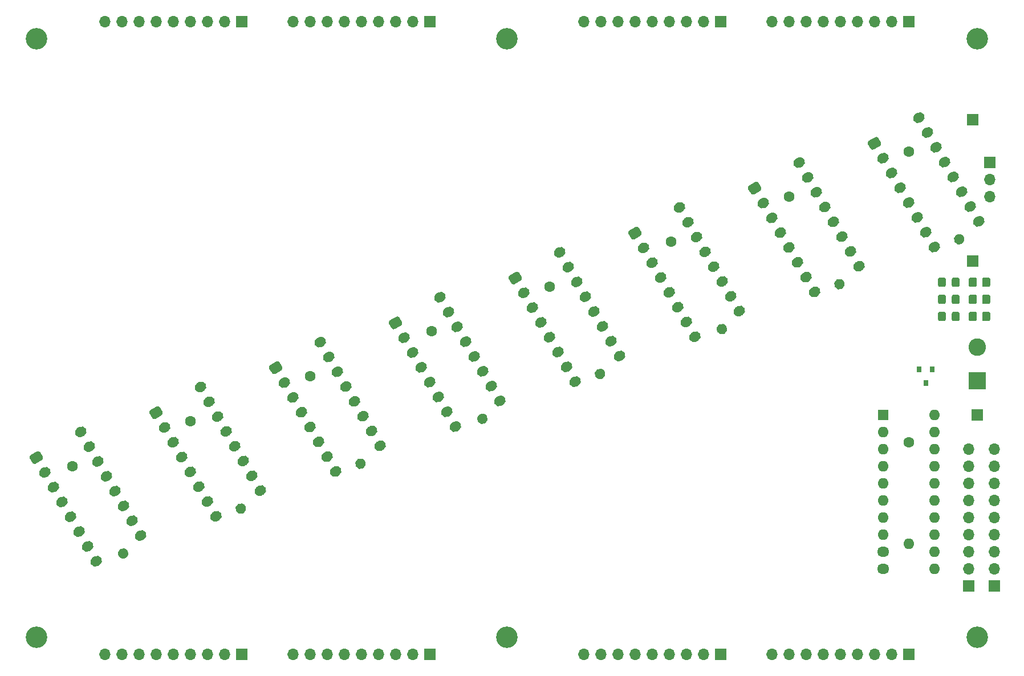
<source format=gbr>
%TF.GenerationSoftware,KiCad,Pcbnew,(5.1.8)-1*%
%TF.CreationDate,2024-01-21T21:17:12+03:00*%
%TF.ProjectId,MUX8x1-v5,4d555838-7831-42d7-9635-2e6b69636164,rev?*%
%TF.SameCoordinates,Original*%
%TF.FileFunction,Soldermask,Top*%
%TF.FilePolarity,Negative*%
%FSLAX46Y46*%
G04 Gerber Fmt 4.6, Leading zero omitted, Abs format (unit mm)*
G04 Created by KiCad (PCBNEW (5.1.8)-1) date 2024-01-21 21:17:12*
%MOMM*%
%LPD*%
G01*
G04 APERTURE LIST*
%ADD10R,0.800000X0.900000*%
%ADD11R,1.700000X1.700000*%
%ADD12O,1.700000X1.700000*%
%ADD13C,3.200000*%
%ADD14O,1.600000X1.600000*%
%ADD15O,1.800000X1.500000*%
%ADD16R,1.600000X1.600000*%
%ADD17C,2.600000*%
%ADD18R,2.600000X2.600000*%
%ADD19C,1.600000*%
G04 APERTURE END LIST*
D10*
%TO.C,Q1*%
X165100000Y-86725000D03*
X164150000Y-84725000D03*
X166050000Y-84725000D03*
%TD*%
D11*
%TO.C,J20*%
X172085000Y-68580000D03*
%TD*%
D12*
%TO.C,J11*%
X142240000Y-127000000D03*
X144780000Y-127000000D03*
X147320000Y-127000000D03*
X149860000Y-127000000D03*
X152400000Y-127000000D03*
X154940000Y-127000000D03*
X157480000Y-127000000D03*
X160020000Y-127000000D03*
D11*
X162560000Y-127000000D03*
%TD*%
D13*
%TO.C,H6*%
X172720000Y-124460000D03*
%TD*%
%TO.C,H5*%
X172720000Y-35560000D03*
%TD*%
D14*
%TO.C,U9*%
X166370000Y-91440000D03*
D15*
X158750000Y-114300000D03*
D14*
X166370000Y-93980000D03*
D15*
X158750000Y-111760000D03*
D14*
X166370000Y-96520000D03*
X158750000Y-109220000D03*
X166370000Y-99060000D03*
X158750000Y-106680000D03*
X166370000Y-101600000D03*
X158750000Y-104140000D03*
X166370000Y-104140000D03*
X158750000Y-101600000D03*
X166370000Y-106680000D03*
X158750000Y-99060000D03*
X166370000Y-109220000D03*
X158750000Y-96520000D03*
X166370000Y-111760000D03*
X158750000Y-93980000D03*
X166370000Y-114300000D03*
D16*
X158750000Y-91440000D03*
%TD*%
%TO.C,U8*%
G36*
G01*
X38839691Y-94430000D02*
X38839691Y-94430000D01*
G75*
G02*
X39114210Y-93405481I649519J375000D01*
G01*
X39374018Y-93255481D01*
G75*
G02*
X40398537Y-93530000I375000J-649519D01*
G01*
X40398537Y-93530000D01*
G75*
G02*
X40124018Y-94554519I-649519J-375000D01*
G01*
X39864210Y-94704519D01*
G75*
G02*
X38839691Y-94430000I-375000J649519D01*
G01*
G37*
G36*
G01*
X41130577Y-113637932D02*
X41130577Y-113637932D01*
G75*
G02*
X41405096Y-112613413I649519J375000D01*
G01*
X41664904Y-112463413D01*
G75*
G02*
X42689423Y-112737932I375000J-649519D01*
G01*
X42689423Y-112737932D01*
G75*
G02*
X42414904Y-113762451I-649519J-375000D01*
G01*
X42155096Y-113912451D01*
G75*
G02*
X41130577Y-113637932I-375000J649519D01*
G01*
G37*
G36*
G01*
X40109691Y-96629705D02*
X40109691Y-96629705D01*
G75*
G02*
X40384210Y-95605186I649519J375000D01*
G01*
X40644018Y-95455186D01*
G75*
G02*
X41668537Y-95729705I375000J-649519D01*
G01*
X41668537Y-95729705D01*
G75*
G02*
X41394018Y-96754224I-649519J-375000D01*
G01*
X41134210Y-96904224D01*
G75*
G02*
X40109691Y-96629705I-375000J649519D01*
G01*
G37*
G36*
G01*
X39860577Y-111438227D02*
X39860577Y-111438227D01*
G75*
G02*
X40135096Y-110413708I649519J375000D01*
G01*
X40394904Y-110263708D01*
G75*
G02*
X41419423Y-110538227I375000J-649519D01*
G01*
X41419423Y-110538227D01*
G75*
G02*
X41144904Y-111562746I-649519J-375000D01*
G01*
X40885096Y-111712746D01*
G75*
G02*
X39860577Y-111438227I-375000J649519D01*
G01*
G37*
G36*
G01*
X41379691Y-98829409D02*
X41379691Y-98829409D01*
G75*
G02*
X41654210Y-97804890I649519J375000D01*
G01*
X41914018Y-97654890D01*
G75*
G02*
X42938537Y-97929409I375000J-649519D01*
G01*
X42938537Y-97929409D01*
G75*
G02*
X42664018Y-98953928I-649519J-375000D01*
G01*
X42404210Y-99103928D01*
G75*
G02*
X41379691Y-98829409I-375000J649519D01*
G01*
G37*
G36*
G01*
X38590577Y-109238523D02*
X38590577Y-109238523D01*
G75*
G02*
X38865096Y-108214004I649519J375000D01*
G01*
X39124904Y-108064004D01*
G75*
G02*
X40149423Y-108338523I375000J-649519D01*
G01*
X40149423Y-108338523D01*
G75*
G02*
X39874904Y-109363042I-649519J-375000D01*
G01*
X39615096Y-109513042D01*
G75*
G02*
X38590577Y-109238523I-375000J649519D01*
G01*
G37*
G36*
G01*
X42649691Y-101029114D02*
X42649691Y-101029114D01*
G75*
G02*
X42924210Y-100004595I649519J375000D01*
G01*
X43184018Y-99854595D01*
G75*
G02*
X44208537Y-100129114I375000J-649519D01*
G01*
X44208537Y-100129114D01*
G75*
G02*
X43934018Y-101153633I-649519J-375000D01*
G01*
X43674210Y-101303633D01*
G75*
G02*
X42649691Y-101029114I-375000J649519D01*
G01*
G37*
G36*
G01*
X37320577Y-107038818D02*
X37320577Y-107038818D01*
G75*
G02*
X37595096Y-106014299I649519J375000D01*
G01*
X37854904Y-105864299D01*
G75*
G02*
X38879423Y-106138818I375000J-649519D01*
G01*
X38879423Y-106138818D01*
G75*
G02*
X38604904Y-107163337I-649519J-375000D01*
G01*
X38345096Y-107313337D01*
G75*
G02*
X37320577Y-107038818I-375000J649519D01*
G01*
G37*
G36*
G01*
X43919691Y-103228818D02*
X43919691Y-103228818D01*
G75*
G02*
X44194210Y-102204299I649519J375000D01*
G01*
X44454018Y-102054299D01*
G75*
G02*
X45478537Y-102328818I375000J-649519D01*
G01*
X45478537Y-102328818D01*
G75*
G02*
X45204018Y-103353337I-649519J-375000D01*
G01*
X44944210Y-103503337D01*
G75*
G02*
X43919691Y-103228818I-375000J649519D01*
G01*
G37*
G36*
G01*
X36050577Y-104839114D02*
X36050577Y-104839114D01*
G75*
G02*
X36325096Y-103814595I649519J375000D01*
G01*
X36584904Y-103664595D01*
G75*
G02*
X37609423Y-103939114I375000J-649519D01*
G01*
X37609423Y-103939114D01*
G75*
G02*
X37334904Y-104963633I-649519J-375000D01*
G01*
X37075096Y-105113633D01*
G75*
G02*
X36050577Y-104839114I-375000J649519D01*
G01*
G37*
G36*
G01*
X45189691Y-105428523D02*
X45189691Y-105428523D01*
G75*
G02*
X45464210Y-104404004I649519J375000D01*
G01*
X45724018Y-104254004D01*
G75*
G02*
X46748537Y-104528523I375000J-649519D01*
G01*
X46748537Y-104528523D01*
G75*
G02*
X46474018Y-105553042I-649519J-375000D01*
G01*
X46214210Y-105703042D01*
G75*
G02*
X45189691Y-105428523I-375000J649519D01*
G01*
G37*
G36*
G01*
X34780577Y-102639409D02*
X34780577Y-102639409D01*
G75*
G02*
X35055096Y-101614890I649519J375000D01*
G01*
X35314904Y-101464890D01*
G75*
G02*
X36339423Y-101739409I375000J-649519D01*
G01*
X36339423Y-101739409D01*
G75*
G02*
X36064904Y-102763928I-649519J-375000D01*
G01*
X35805096Y-102913928D01*
G75*
G02*
X34780577Y-102639409I-375000J649519D01*
G01*
G37*
G36*
G01*
X46459691Y-107628227D02*
X46459691Y-107628227D01*
G75*
G02*
X46734210Y-106603708I649519J375000D01*
G01*
X46994018Y-106453708D01*
G75*
G02*
X48018537Y-106728227I375000J-649519D01*
G01*
X48018537Y-106728227D01*
G75*
G02*
X47744018Y-107752746I-649519J-375000D01*
G01*
X47484210Y-107902746D01*
G75*
G02*
X46459691Y-107628227I-375000J649519D01*
G01*
G37*
G36*
G01*
X33510577Y-100439705D02*
X33510577Y-100439705D01*
G75*
G02*
X33785096Y-99415186I649519J375000D01*
G01*
X34044904Y-99265186D01*
G75*
G02*
X35069423Y-99539705I375000J-649519D01*
G01*
X35069423Y-99539705D01*
G75*
G02*
X34794904Y-100564224I-649519J-375000D01*
G01*
X34535096Y-100714224D01*
G75*
G02*
X33510577Y-100439705I-375000J649519D01*
G01*
G37*
G36*
G01*
X47729691Y-109827932D02*
X47729691Y-109827932D01*
G75*
G02*
X48004210Y-108803413I649519J375000D01*
G01*
X48264018Y-108653413D01*
G75*
G02*
X49288537Y-108927932I375000J-649519D01*
G01*
X49288537Y-108927932D01*
G75*
G02*
X49014018Y-109952451I-649519J-375000D01*
G01*
X48754210Y-110102451D01*
G75*
G02*
X47729691Y-109827932I-375000J649519D01*
G01*
G37*
G36*
G01*
X32428077Y-98564760D02*
X32053077Y-97915240D01*
G75*
G02*
X32190337Y-97402980I324760J187500D01*
G01*
X33099663Y-96877980D01*
G75*
G02*
X33611923Y-97015240I187500J-324760D01*
G01*
X33986923Y-97664760D01*
G75*
G02*
X33849663Y-98177020I-324760J-187500D01*
G01*
X32940337Y-98702020D01*
G75*
G02*
X32428077Y-98564760I-187500J324760D01*
G01*
G37*
%TD*%
%TO.C,U7*%
G36*
G01*
X56619691Y-87762500D02*
X56619691Y-87762500D01*
G75*
G02*
X56894210Y-86737981I649519J375000D01*
G01*
X57154018Y-86587981D01*
G75*
G02*
X58178537Y-86862500I375000J-649519D01*
G01*
X58178537Y-86862500D01*
G75*
G02*
X57904018Y-87887019I-649519J-375000D01*
G01*
X57644210Y-88037019D01*
G75*
G02*
X56619691Y-87762500I-375000J649519D01*
G01*
G37*
G36*
G01*
X58910577Y-106970432D02*
X58910577Y-106970432D01*
G75*
G02*
X59185096Y-105945913I649519J375000D01*
G01*
X59444904Y-105795913D01*
G75*
G02*
X60469423Y-106070432I375000J-649519D01*
G01*
X60469423Y-106070432D01*
G75*
G02*
X60194904Y-107094951I-649519J-375000D01*
G01*
X59935096Y-107244951D01*
G75*
G02*
X58910577Y-106970432I-375000J649519D01*
G01*
G37*
G36*
G01*
X57889691Y-89962205D02*
X57889691Y-89962205D01*
G75*
G02*
X58164210Y-88937686I649519J375000D01*
G01*
X58424018Y-88787686D01*
G75*
G02*
X59448537Y-89062205I375000J-649519D01*
G01*
X59448537Y-89062205D01*
G75*
G02*
X59174018Y-90086724I-649519J-375000D01*
G01*
X58914210Y-90236724D01*
G75*
G02*
X57889691Y-89962205I-375000J649519D01*
G01*
G37*
G36*
G01*
X57640577Y-104770727D02*
X57640577Y-104770727D01*
G75*
G02*
X57915096Y-103746208I649519J375000D01*
G01*
X58174904Y-103596208D01*
G75*
G02*
X59199423Y-103870727I375000J-649519D01*
G01*
X59199423Y-103870727D01*
G75*
G02*
X58924904Y-104895246I-649519J-375000D01*
G01*
X58665096Y-105045246D01*
G75*
G02*
X57640577Y-104770727I-375000J649519D01*
G01*
G37*
G36*
G01*
X59159691Y-92161909D02*
X59159691Y-92161909D01*
G75*
G02*
X59434210Y-91137390I649519J375000D01*
G01*
X59694018Y-90987390D01*
G75*
G02*
X60718537Y-91261909I375000J-649519D01*
G01*
X60718537Y-91261909D01*
G75*
G02*
X60444018Y-92286428I-649519J-375000D01*
G01*
X60184210Y-92436428D01*
G75*
G02*
X59159691Y-92161909I-375000J649519D01*
G01*
G37*
G36*
G01*
X56370577Y-102571023D02*
X56370577Y-102571023D01*
G75*
G02*
X56645096Y-101546504I649519J375000D01*
G01*
X56904904Y-101396504D01*
G75*
G02*
X57929423Y-101671023I375000J-649519D01*
G01*
X57929423Y-101671023D01*
G75*
G02*
X57654904Y-102695542I-649519J-375000D01*
G01*
X57395096Y-102845542D01*
G75*
G02*
X56370577Y-102571023I-375000J649519D01*
G01*
G37*
G36*
G01*
X60429691Y-94361614D02*
X60429691Y-94361614D01*
G75*
G02*
X60704210Y-93337095I649519J375000D01*
G01*
X60964018Y-93187095D01*
G75*
G02*
X61988537Y-93461614I375000J-649519D01*
G01*
X61988537Y-93461614D01*
G75*
G02*
X61714018Y-94486133I-649519J-375000D01*
G01*
X61454210Y-94636133D01*
G75*
G02*
X60429691Y-94361614I-375000J649519D01*
G01*
G37*
G36*
G01*
X55100577Y-100371318D02*
X55100577Y-100371318D01*
G75*
G02*
X55375096Y-99346799I649519J375000D01*
G01*
X55634904Y-99196799D01*
G75*
G02*
X56659423Y-99471318I375000J-649519D01*
G01*
X56659423Y-99471318D01*
G75*
G02*
X56384904Y-100495837I-649519J-375000D01*
G01*
X56125096Y-100645837D01*
G75*
G02*
X55100577Y-100371318I-375000J649519D01*
G01*
G37*
G36*
G01*
X61699691Y-96561318D02*
X61699691Y-96561318D01*
G75*
G02*
X61974210Y-95536799I649519J375000D01*
G01*
X62234018Y-95386799D01*
G75*
G02*
X63258537Y-95661318I375000J-649519D01*
G01*
X63258537Y-95661318D01*
G75*
G02*
X62984018Y-96685837I-649519J-375000D01*
G01*
X62724210Y-96835837D01*
G75*
G02*
X61699691Y-96561318I-375000J649519D01*
G01*
G37*
G36*
G01*
X53830577Y-98171614D02*
X53830577Y-98171614D01*
G75*
G02*
X54105096Y-97147095I649519J375000D01*
G01*
X54364904Y-96997095D01*
G75*
G02*
X55389423Y-97271614I375000J-649519D01*
G01*
X55389423Y-97271614D01*
G75*
G02*
X55114904Y-98296133I-649519J-375000D01*
G01*
X54855096Y-98446133D01*
G75*
G02*
X53830577Y-98171614I-375000J649519D01*
G01*
G37*
G36*
G01*
X62969691Y-98761023D02*
X62969691Y-98761023D01*
G75*
G02*
X63244210Y-97736504I649519J375000D01*
G01*
X63504018Y-97586504D01*
G75*
G02*
X64528537Y-97861023I375000J-649519D01*
G01*
X64528537Y-97861023D01*
G75*
G02*
X64254018Y-98885542I-649519J-375000D01*
G01*
X63994210Y-99035542D01*
G75*
G02*
X62969691Y-98761023I-375000J649519D01*
G01*
G37*
G36*
G01*
X52560577Y-95971909D02*
X52560577Y-95971909D01*
G75*
G02*
X52835096Y-94947390I649519J375000D01*
G01*
X53094904Y-94797390D01*
G75*
G02*
X54119423Y-95071909I375000J-649519D01*
G01*
X54119423Y-95071909D01*
G75*
G02*
X53844904Y-96096428I-649519J-375000D01*
G01*
X53585096Y-96246428D01*
G75*
G02*
X52560577Y-95971909I-375000J649519D01*
G01*
G37*
G36*
G01*
X64239691Y-100960727D02*
X64239691Y-100960727D01*
G75*
G02*
X64514210Y-99936208I649519J375000D01*
G01*
X64774018Y-99786208D01*
G75*
G02*
X65798537Y-100060727I375000J-649519D01*
G01*
X65798537Y-100060727D01*
G75*
G02*
X65524018Y-101085246I-649519J-375000D01*
G01*
X65264210Y-101235246D01*
G75*
G02*
X64239691Y-100960727I-375000J649519D01*
G01*
G37*
G36*
G01*
X51290577Y-93772205D02*
X51290577Y-93772205D01*
G75*
G02*
X51565096Y-92747686I649519J375000D01*
G01*
X51824904Y-92597686D01*
G75*
G02*
X52849423Y-92872205I375000J-649519D01*
G01*
X52849423Y-92872205D01*
G75*
G02*
X52574904Y-93896724I-649519J-375000D01*
G01*
X52315096Y-94046724D01*
G75*
G02*
X51290577Y-93772205I-375000J649519D01*
G01*
G37*
G36*
G01*
X65509691Y-103160432D02*
X65509691Y-103160432D01*
G75*
G02*
X65784210Y-102135913I649519J375000D01*
G01*
X66044018Y-101985913D01*
G75*
G02*
X67068537Y-102260432I375000J-649519D01*
G01*
X67068537Y-102260432D01*
G75*
G02*
X66794018Y-103284951I-649519J-375000D01*
G01*
X66534210Y-103434951D01*
G75*
G02*
X65509691Y-103160432I-375000J649519D01*
G01*
G37*
G36*
G01*
X50208077Y-91897260D02*
X49833077Y-91247740D01*
G75*
G02*
X49970337Y-90735480I324760J187500D01*
G01*
X50879663Y-90210480D01*
G75*
G02*
X51391923Y-90347740I187500J-324760D01*
G01*
X51766923Y-90997260D01*
G75*
G02*
X51629663Y-91509520I-324760J-187500D01*
G01*
X50720337Y-92034520D01*
G75*
G02*
X50208077Y-91897260I-187500J324760D01*
G01*
G37*
%TD*%
%TO.C,U6*%
G36*
G01*
X74399691Y-81095000D02*
X74399691Y-81095000D01*
G75*
G02*
X74674210Y-80070481I649519J375000D01*
G01*
X74934018Y-79920481D01*
G75*
G02*
X75958537Y-80195000I375000J-649519D01*
G01*
X75958537Y-80195000D01*
G75*
G02*
X75684018Y-81219519I-649519J-375000D01*
G01*
X75424210Y-81369519D01*
G75*
G02*
X74399691Y-81095000I-375000J649519D01*
G01*
G37*
G36*
G01*
X76690577Y-100302932D02*
X76690577Y-100302932D01*
G75*
G02*
X76965096Y-99278413I649519J375000D01*
G01*
X77224904Y-99128413D01*
G75*
G02*
X78249423Y-99402932I375000J-649519D01*
G01*
X78249423Y-99402932D01*
G75*
G02*
X77974904Y-100427451I-649519J-375000D01*
G01*
X77715096Y-100577451D01*
G75*
G02*
X76690577Y-100302932I-375000J649519D01*
G01*
G37*
G36*
G01*
X75669691Y-83294705D02*
X75669691Y-83294705D01*
G75*
G02*
X75944210Y-82270186I649519J375000D01*
G01*
X76204018Y-82120186D01*
G75*
G02*
X77228537Y-82394705I375000J-649519D01*
G01*
X77228537Y-82394705D01*
G75*
G02*
X76954018Y-83419224I-649519J-375000D01*
G01*
X76694210Y-83569224D01*
G75*
G02*
X75669691Y-83294705I-375000J649519D01*
G01*
G37*
G36*
G01*
X75420577Y-98103227D02*
X75420577Y-98103227D01*
G75*
G02*
X75695096Y-97078708I649519J375000D01*
G01*
X75954904Y-96928708D01*
G75*
G02*
X76979423Y-97203227I375000J-649519D01*
G01*
X76979423Y-97203227D01*
G75*
G02*
X76704904Y-98227746I-649519J-375000D01*
G01*
X76445096Y-98377746D01*
G75*
G02*
X75420577Y-98103227I-375000J649519D01*
G01*
G37*
G36*
G01*
X76939691Y-85494409D02*
X76939691Y-85494409D01*
G75*
G02*
X77214210Y-84469890I649519J375000D01*
G01*
X77474018Y-84319890D01*
G75*
G02*
X78498537Y-84594409I375000J-649519D01*
G01*
X78498537Y-84594409D01*
G75*
G02*
X78224018Y-85618928I-649519J-375000D01*
G01*
X77964210Y-85768928D01*
G75*
G02*
X76939691Y-85494409I-375000J649519D01*
G01*
G37*
G36*
G01*
X74150577Y-95903523D02*
X74150577Y-95903523D01*
G75*
G02*
X74425096Y-94879004I649519J375000D01*
G01*
X74684904Y-94729004D01*
G75*
G02*
X75709423Y-95003523I375000J-649519D01*
G01*
X75709423Y-95003523D01*
G75*
G02*
X75434904Y-96028042I-649519J-375000D01*
G01*
X75175096Y-96178042D01*
G75*
G02*
X74150577Y-95903523I-375000J649519D01*
G01*
G37*
G36*
G01*
X78209691Y-87694114D02*
X78209691Y-87694114D01*
G75*
G02*
X78484210Y-86669595I649519J375000D01*
G01*
X78744018Y-86519595D01*
G75*
G02*
X79768537Y-86794114I375000J-649519D01*
G01*
X79768537Y-86794114D01*
G75*
G02*
X79494018Y-87818633I-649519J-375000D01*
G01*
X79234210Y-87968633D01*
G75*
G02*
X78209691Y-87694114I-375000J649519D01*
G01*
G37*
G36*
G01*
X72880577Y-93703818D02*
X72880577Y-93703818D01*
G75*
G02*
X73155096Y-92679299I649519J375000D01*
G01*
X73414904Y-92529299D01*
G75*
G02*
X74439423Y-92803818I375000J-649519D01*
G01*
X74439423Y-92803818D01*
G75*
G02*
X74164904Y-93828337I-649519J-375000D01*
G01*
X73905096Y-93978337D01*
G75*
G02*
X72880577Y-93703818I-375000J649519D01*
G01*
G37*
G36*
G01*
X79479691Y-89893818D02*
X79479691Y-89893818D01*
G75*
G02*
X79754210Y-88869299I649519J375000D01*
G01*
X80014018Y-88719299D01*
G75*
G02*
X81038537Y-88993818I375000J-649519D01*
G01*
X81038537Y-88993818D01*
G75*
G02*
X80764018Y-90018337I-649519J-375000D01*
G01*
X80504210Y-90168337D01*
G75*
G02*
X79479691Y-89893818I-375000J649519D01*
G01*
G37*
G36*
G01*
X71610577Y-91504114D02*
X71610577Y-91504114D01*
G75*
G02*
X71885096Y-90479595I649519J375000D01*
G01*
X72144904Y-90329595D01*
G75*
G02*
X73169423Y-90604114I375000J-649519D01*
G01*
X73169423Y-90604114D01*
G75*
G02*
X72894904Y-91628633I-649519J-375000D01*
G01*
X72635096Y-91778633D01*
G75*
G02*
X71610577Y-91504114I-375000J649519D01*
G01*
G37*
G36*
G01*
X80749691Y-92093523D02*
X80749691Y-92093523D01*
G75*
G02*
X81024210Y-91069004I649519J375000D01*
G01*
X81284018Y-90919004D01*
G75*
G02*
X82308537Y-91193523I375000J-649519D01*
G01*
X82308537Y-91193523D01*
G75*
G02*
X82034018Y-92218042I-649519J-375000D01*
G01*
X81774210Y-92368042D01*
G75*
G02*
X80749691Y-92093523I-375000J649519D01*
G01*
G37*
G36*
G01*
X70340577Y-89304409D02*
X70340577Y-89304409D01*
G75*
G02*
X70615096Y-88279890I649519J375000D01*
G01*
X70874904Y-88129890D01*
G75*
G02*
X71899423Y-88404409I375000J-649519D01*
G01*
X71899423Y-88404409D01*
G75*
G02*
X71624904Y-89428928I-649519J-375000D01*
G01*
X71365096Y-89578928D01*
G75*
G02*
X70340577Y-89304409I-375000J649519D01*
G01*
G37*
G36*
G01*
X82019691Y-94293227D02*
X82019691Y-94293227D01*
G75*
G02*
X82294210Y-93268708I649519J375000D01*
G01*
X82554018Y-93118708D01*
G75*
G02*
X83578537Y-93393227I375000J-649519D01*
G01*
X83578537Y-93393227D01*
G75*
G02*
X83304018Y-94417746I-649519J-375000D01*
G01*
X83044210Y-94567746D01*
G75*
G02*
X82019691Y-94293227I-375000J649519D01*
G01*
G37*
G36*
G01*
X69070577Y-87104705D02*
X69070577Y-87104705D01*
G75*
G02*
X69345096Y-86080186I649519J375000D01*
G01*
X69604904Y-85930186D01*
G75*
G02*
X70629423Y-86204705I375000J-649519D01*
G01*
X70629423Y-86204705D01*
G75*
G02*
X70354904Y-87229224I-649519J-375000D01*
G01*
X70095096Y-87379224D01*
G75*
G02*
X69070577Y-87104705I-375000J649519D01*
G01*
G37*
G36*
G01*
X83289691Y-96492932D02*
X83289691Y-96492932D01*
G75*
G02*
X83564210Y-95468413I649519J375000D01*
G01*
X83824018Y-95318413D01*
G75*
G02*
X84848537Y-95592932I375000J-649519D01*
G01*
X84848537Y-95592932D01*
G75*
G02*
X84574018Y-96617451I-649519J-375000D01*
G01*
X84314210Y-96767451D01*
G75*
G02*
X83289691Y-96492932I-375000J649519D01*
G01*
G37*
G36*
G01*
X67988077Y-85229760D02*
X67613077Y-84580240D01*
G75*
G02*
X67750337Y-84067980I324760J187500D01*
G01*
X68659663Y-83542980D01*
G75*
G02*
X69171923Y-83680240I187500J-324760D01*
G01*
X69546923Y-84329760D01*
G75*
G02*
X69409663Y-84842020I-324760J-187500D01*
G01*
X68500337Y-85367020D01*
G75*
G02*
X67988077Y-85229760I-187500J324760D01*
G01*
G37*
%TD*%
%TO.C,U5*%
G36*
G01*
X92179691Y-74427500D02*
X92179691Y-74427500D01*
G75*
G02*
X92454210Y-73402981I649519J375000D01*
G01*
X92714018Y-73252981D01*
G75*
G02*
X93738537Y-73527500I375000J-649519D01*
G01*
X93738537Y-73527500D01*
G75*
G02*
X93464018Y-74552019I-649519J-375000D01*
G01*
X93204210Y-74702019D01*
G75*
G02*
X92179691Y-74427500I-375000J649519D01*
G01*
G37*
G36*
G01*
X94470577Y-93635432D02*
X94470577Y-93635432D01*
G75*
G02*
X94745096Y-92610913I649519J375000D01*
G01*
X95004904Y-92460913D01*
G75*
G02*
X96029423Y-92735432I375000J-649519D01*
G01*
X96029423Y-92735432D01*
G75*
G02*
X95754904Y-93759951I-649519J-375000D01*
G01*
X95495096Y-93909951D01*
G75*
G02*
X94470577Y-93635432I-375000J649519D01*
G01*
G37*
G36*
G01*
X93449691Y-76627205D02*
X93449691Y-76627205D01*
G75*
G02*
X93724210Y-75602686I649519J375000D01*
G01*
X93984018Y-75452686D01*
G75*
G02*
X95008537Y-75727205I375000J-649519D01*
G01*
X95008537Y-75727205D01*
G75*
G02*
X94734018Y-76751724I-649519J-375000D01*
G01*
X94474210Y-76901724D01*
G75*
G02*
X93449691Y-76627205I-375000J649519D01*
G01*
G37*
G36*
G01*
X93200577Y-91435727D02*
X93200577Y-91435727D01*
G75*
G02*
X93475096Y-90411208I649519J375000D01*
G01*
X93734904Y-90261208D01*
G75*
G02*
X94759423Y-90535727I375000J-649519D01*
G01*
X94759423Y-90535727D01*
G75*
G02*
X94484904Y-91560246I-649519J-375000D01*
G01*
X94225096Y-91710246D01*
G75*
G02*
X93200577Y-91435727I-375000J649519D01*
G01*
G37*
G36*
G01*
X94719691Y-78826909D02*
X94719691Y-78826909D01*
G75*
G02*
X94994210Y-77802390I649519J375000D01*
G01*
X95254018Y-77652390D01*
G75*
G02*
X96278537Y-77926909I375000J-649519D01*
G01*
X96278537Y-77926909D01*
G75*
G02*
X96004018Y-78951428I-649519J-375000D01*
G01*
X95744210Y-79101428D01*
G75*
G02*
X94719691Y-78826909I-375000J649519D01*
G01*
G37*
G36*
G01*
X91930577Y-89236023D02*
X91930577Y-89236023D01*
G75*
G02*
X92205096Y-88211504I649519J375000D01*
G01*
X92464904Y-88061504D01*
G75*
G02*
X93489423Y-88336023I375000J-649519D01*
G01*
X93489423Y-88336023D01*
G75*
G02*
X93214904Y-89360542I-649519J-375000D01*
G01*
X92955096Y-89510542D01*
G75*
G02*
X91930577Y-89236023I-375000J649519D01*
G01*
G37*
G36*
G01*
X95989691Y-81026614D02*
X95989691Y-81026614D01*
G75*
G02*
X96264210Y-80002095I649519J375000D01*
G01*
X96524018Y-79852095D01*
G75*
G02*
X97548537Y-80126614I375000J-649519D01*
G01*
X97548537Y-80126614D01*
G75*
G02*
X97274018Y-81151133I-649519J-375000D01*
G01*
X97014210Y-81301133D01*
G75*
G02*
X95989691Y-81026614I-375000J649519D01*
G01*
G37*
G36*
G01*
X90660577Y-87036318D02*
X90660577Y-87036318D01*
G75*
G02*
X90935096Y-86011799I649519J375000D01*
G01*
X91194904Y-85861799D01*
G75*
G02*
X92219423Y-86136318I375000J-649519D01*
G01*
X92219423Y-86136318D01*
G75*
G02*
X91944904Y-87160837I-649519J-375000D01*
G01*
X91685096Y-87310837D01*
G75*
G02*
X90660577Y-87036318I-375000J649519D01*
G01*
G37*
G36*
G01*
X97259691Y-83226318D02*
X97259691Y-83226318D01*
G75*
G02*
X97534210Y-82201799I649519J375000D01*
G01*
X97794018Y-82051799D01*
G75*
G02*
X98818537Y-82326318I375000J-649519D01*
G01*
X98818537Y-82326318D01*
G75*
G02*
X98544018Y-83350837I-649519J-375000D01*
G01*
X98284210Y-83500837D01*
G75*
G02*
X97259691Y-83226318I-375000J649519D01*
G01*
G37*
G36*
G01*
X89390577Y-84836614D02*
X89390577Y-84836614D01*
G75*
G02*
X89665096Y-83812095I649519J375000D01*
G01*
X89924904Y-83662095D01*
G75*
G02*
X90949423Y-83936614I375000J-649519D01*
G01*
X90949423Y-83936614D01*
G75*
G02*
X90674904Y-84961133I-649519J-375000D01*
G01*
X90415096Y-85111133D01*
G75*
G02*
X89390577Y-84836614I-375000J649519D01*
G01*
G37*
G36*
G01*
X98529691Y-85426023D02*
X98529691Y-85426023D01*
G75*
G02*
X98804210Y-84401504I649519J375000D01*
G01*
X99064018Y-84251504D01*
G75*
G02*
X100088537Y-84526023I375000J-649519D01*
G01*
X100088537Y-84526023D01*
G75*
G02*
X99814018Y-85550542I-649519J-375000D01*
G01*
X99554210Y-85700542D01*
G75*
G02*
X98529691Y-85426023I-375000J649519D01*
G01*
G37*
G36*
G01*
X88120577Y-82636909D02*
X88120577Y-82636909D01*
G75*
G02*
X88395096Y-81612390I649519J375000D01*
G01*
X88654904Y-81462390D01*
G75*
G02*
X89679423Y-81736909I375000J-649519D01*
G01*
X89679423Y-81736909D01*
G75*
G02*
X89404904Y-82761428I-649519J-375000D01*
G01*
X89145096Y-82911428D01*
G75*
G02*
X88120577Y-82636909I-375000J649519D01*
G01*
G37*
G36*
G01*
X99799691Y-87625727D02*
X99799691Y-87625727D01*
G75*
G02*
X100074210Y-86601208I649519J375000D01*
G01*
X100334018Y-86451208D01*
G75*
G02*
X101358537Y-86725727I375000J-649519D01*
G01*
X101358537Y-86725727D01*
G75*
G02*
X101084018Y-87750246I-649519J-375000D01*
G01*
X100824210Y-87900246D01*
G75*
G02*
X99799691Y-87625727I-375000J649519D01*
G01*
G37*
G36*
G01*
X86850577Y-80437205D02*
X86850577Y-80437205D01*
G75*
G02*
X87125096Y-79412686I649519J375000D01*
G01*
X87384904Y-79262686D01*
G75*
G02*
X88409423Y-79537205I375000J-649519D01*
G01*
X88409423Y-79537205D01*
G75*
G02*
X88134904Y-80561724I-649519J-375000D01*
G01*
X87875096Y-80711724D01*
G75*
G02*
X86850577Y-80437205I-375000J649519D01*
G01*
G37*
G36*
G01*
X101069691Y-89825432D02*
X101069691Y-89825432D01*
G75*
G02*
X101344210Y-88800913I649519J375000D01*
G01*
X101604018Y-88650913D01*
G75*
G02*
X102628537Y-88925432I375000J-649519D01*
G01*
X102628537Y-88925432D01*
G75*
G02*
X102354018Y-89949951I-649519J-375000D01*
G01*
X102094210Y-90099951D01*
G75*
G02*
X101069691Y-89825432I-375000J649519D01*
G01*
G37*
G36*
G01*
X85768077Y-78562260D02*
X85393077Y-77912740D01*
G75*
G02*
X85530337Y-77400480I324760J187500D01*
G01*
X86439663Y-76875480D01*
G75*
G02*
X86951923Y-77012740I187500J-324760D01*
G01*
X87326923Y-77662260D01*
G75*
G02*
X87189663Y-78174520I-324760J-187500D01*
G01*
X86280337Y-78699520D01*
G75*
G02*
X85768077Y-78562260I-187500J324760D01*
G01*
G37*
%TD*%
%TO.C,U4*%
G36*
G01*
X109959691Y-67760000D02*
X109959691Y-67760000D01*
G75*
G02*
X110234210Y-66735481I649519J375000D01*
G01*
X110494018Y-66585481D01*
G75*
G02*
X111518537Y-66860000I375000J-649519D01*
G01*
X111518537Y-66860000D01*
G75*
G02*
X111244018Y-67884519I-649519J-375000D01*
G01*
X110984210Y-68034519D01*
G75*
G02*
X109959691Y-67760000I-375000J649519D01*
G01*
G37*
G36*
G01*
X112250577Y-86967932D02*
X112250577Y-86967932D01*
G75*
G02*
X112525096Y-85943413I649519J375000D01*
G01*
X112784904Y-85793413D01*
G75*
G02*
X113809423Y-86067932I375000J-649519D01*
G01*
X113809423Y-86067932D01*
G75*
G02*
X113534904Y-87092451I-649519J-375000D01*
G01*
X113275096Y-87242451D01*
G75*
G02*
X112250577Y-86967932I-375000J649519D01*
G01*
G37*
G36*
G01*
X111229691Y-69959705D02*
X111229691Y-69959705D01*
G75*
G02*
X111504210Y-68935186I649519J375000D01*
G01*
X111764018Y-68785186D01*
G75*
G02*
X112788537Y-69059705I375000J-649519D01*
G01*
X112788537Y-69059705D01*
G75*
G02*
X112514018Y-70084224I-649519J-375000D01*
G01*
X112254210Y-70234224D01*
G75*
G02*
X111229691Y-69959705I-375000J649519D01*
G01*
G37*
G36*
G01*
X110980577Y-84768227D02*
X110980577Y-84768227D01*
G75*
G02*
X111255096Y-83743708I649519J375000D01*
G01*
X111514904Y-83593708D01*
G75*
G02*
X112539423Y-83868227I375000J-649519D01*
G01*
X112539423Y-83868227D01*
G75*
G02*
X112264904Y-84892746I-649519J-375000D01*
G01*
X112005096Y-85042746D01*
G75*
G02*
X110980577Y-84768227I-375000J649519D01*
G01*
G37*
G36*
G01*
X112499691Y-72159409D02*
X112499691Y-72159409D01*
G75*
G02*
X112774210Y-71134890I649519J375000D01*
G01*
X113034018Y-70984890D01*
G75*
G02*
X114058537Y-71259409I375000J-649519D01*
G01*
X114058537Y-71259409D01*
G75*
G02*
X113784018Y-72283928I-649519J-375000D01*
G01*
X113524210Y-72433928D01*
G75*
G02*
X112499691Y-72159409I-375000J649519D01*
G01*
G37*
G36*
G01*
X109710577Y-82568523D02*
X109710577Y-82568523D01*
G75*
G02*
X109985096Y-81544004I649519J375000D01*
G01*
X110244904Y-81394004D01*
G75*
G02*
X111269423Y-81668523I375000J-649519D01*
G01*
X111269423Y-81668523D01*
G75*
G02*
X110994904Y-82693042I-649519J-375000D01*
G01*
X110735096Y-82843042D01*
G75*
G02*
X109710577Y-82568523I-375000J649519D01*
G01*
G37*
G36*
G01*
X113769691Y-74359114D02*
X113769691Y-74359114D01*
G75*
G02*
X114044210Y-73334595I649519J375000D01*
G01*
X114304018Y-73184595D01*
G75*
G02*
X115328537Y-73459114I375000J-649519D01*
G01*
X115328537Y-73459114D01*
G75*
G02*
X115054018Y-74483633I-649519J-375000D01*
G01*
X114794210Y-74633633D01*
G75*
G02*
X113769691Y-74359114I-375000J649519D01*
G01*
G37*
G36*
G01*
X108440577Y-80368818D02*
X108440577Y-80368818D01*
G75*
G02*
X108715096Y-79344299I649519J375000D01*
G01*
X108974904Y-79194299D01*
G75*
G02*
X109999423Y-79468818I375000J-649519D01*
G01*
X109999423Y-79468818D01*
G75*
G02*
X109724904Y-80493337I-649519J-375000D01*
G01*
X109465096Y-80643337D01*
G75*
G02*
X108440577Y-80368818I-375000J649519D01*
G01*
G37*
G36*
G01*
X115039691Y-76558818D02*
X115039691Y-76558818D01*
G75*
G02*
X115314210Y-75534299I649519J375000D01*
G01*
X115574018Y-75384299D01*
G75*
G02*
X116598537Y-75658818I375000J-649519D01*
G01*
X116598537Y-75658818D01*
G75*
G02*
X116324018Y-76683337I-649519J-375000D01*
G01*
X116064210Y-76833337D01*
G75*
G02*
X115039691Y-76558818I-375000J649519D01*
G01*
G37*
G36*
G01*
X107170577Y-78169114D02*
X107170577Y-78169114D01*
G75*
G02*
X107445096Y-77144595I649519J375000D01*
G01*
X107704904Y-76994595D01*
G75*
G02*
X108729423Y-77269114I375000J-649519D01*
G01*
X108729423Y-77269114D01*
G75*
G02*
X108454904Y-78293633I-649519J-375000D01*
G01*
X108195096Y-78443633D01*
G75*
G02*
X107170577Y-78169114I-375000J649519D01*
G01*
G37*
G36*
G01*
X116309691Y-78758523D02*
X116309691Y-78758523D01*
G75*
G02*
X116584210Y-77734004I649519J375000D01*
G01*
X116844018Y-77584004D01*
G75*
G02*
X117868537Y-77858523I375000J-649519D01*
G01*
X117868537Y-77858523D01*
G75*
G02*
X117594018Y-78883042I-649519J-375000D01*
G01*
X117334210Y-79033042D01*
G75*
G02*
X116309691Y-78758523I-375000J649519D01*
G01*
G37*
G36*
G01*
X105900577Y-75969409D02*
X105900577Y-75969409D01*
G75*
G02*
X106175096Y-74944890I649519J375000D01*
G01*
X106434904Y-74794890D01*
G75*
G02*
X107459423Y-75069409I375000J-649519D01*
G01*
X107459423Y-75069409D01*
G75*
G02*
X107184904Y-76093928I-649519J-375000D01*
G01*
X106925096Y-76243928D01*
G75*
G02*
X105900577Y-75969409I-375000J649519D01*
G01*
G37*
G36*
G01*
X117579691Y-80958227D02*
X117579691Y-80958227D01*
G75*
G02*
X117854210Y-79933708I649519J375000D01*
G01*
X118114018Y-79783708D01*
G75*
G02*
X119138537Y-80058227I375000J-649519D01*
G01*
X119138537Y-80058227D01*
G75*
G02*
X118864018Y-81082746I-649519J-375000D01*
G01*
X118604210Y-81232746D01*
G75*
G02*
X117579691Y-80958227I-375000J649519D01*
G01*
G37*
G36*
G01*
X104630577Y-73769705D02*
X104630577Y-73769705D01*
G75*
G02*
X104905096Y-72745186I649519J375000D01*
G01*
X105164904Y-72595186D01*
G75*
G02*
X106189423Y-72869705I375000J-649519D01*
G01*
X106189423Y-72869705D01*
G75*
G02*
X105914904Y-73894224I-649519J-375000D01*
G01*
X105655096Y-74044224D01*
G75*
G02*
X104630577Y-73769705I-375000J649519D01*
G01*
G37*
G36*
G01*
X118849691Y-83157932D02*
X118849691Y-83157932D01*
G75*
G02*
X119124210Y-82133413I649519J375000D01*
G01*
X119384018Y-81983413D01*
G75*
G02*
X120408537Y-82257932I375000J-649519D01*
G01*
X120408537Y-82257932D01*
G75*
G02*
X120134018Y-83282451I-649519J-375000D01*
G01*
X119874210Y-83432451D01*
G75*
G02*
X118849691Y-83157932I-375000J649519D01*
G01*
G37*
G36*
G01*
X103548077Y-71894760D02*
X103173077Y-71245240D01*
G75*
G02*
X103310337Y-70732980I324760J187500D01*
G01*
X104219663Y-70207980D01*
G75*
G02*
X104731923Y-70345240I187500J-324760D01*
G01*
X105106923Y-70994760D01*
G75*
G02*
X104969663Y-71507020I-324760J-187500D01*
G01*
X104060337Y-72032020D01*
G75*
G02*
X103548077Y-71894760I-187500J324760D01*
G01*
G37*
%TD*%
%TO.C,U3*%
G36*
G01*
X127739691Y-61092500D02*
X127739691Y-61092500D01*
G75*
G02*
X128014210Y-60067981I649519J375000D01*
G01*
X128274018Y-59917981D01*
G75*
G02*
X129298537Y-60192500I375000J-649519D01*
G01*
X129298537Y-60192500D01*
G75*
G02*
X129024018Y-61217019I-649519J-375000D01*
G01*
X128764210Y-61367019D01*
G75*
G02*
X127739691Y-61092500I-375000J649519D01*
G01*
G37*
G36*
G01*
X130030577Y-80300432D02*
X130030577Y-80300432D01*
G75*
G02*
X130305096Y-79275913I649519J375000D01*
G01*
X130564904Y-79125913D01*
G75*
G02*
X131589423Y-79400432I375000J-649519D01*
G01*
X131589423Y-79400432D01*
G75*
G02*
X131314904Y-80424951I-649519J-375000D01*
G01*
X131055096Y-80574951D01*
G75*
G02*
X130030577Y-80300432I-375000J649519D01*
G01*
G37*
G36*
G01*
X129009691Y-63292205D02*
X129009691Y-63292205D01*
G75*
G02*
X129284210Y-62267686I649519J375000D01*
G01*
X129544018Y-62117686D01*
G75*
G02*
X130568537Y-62392205I375000J-649519D01*
G01*
X130568537Y-62392205D01*
G75*
G02*
X130294018Y-63416724I-649519J-375000D01*
G01*
X130034210Y-63566724D01*
G75*
G02*
X129009691Y-63292205I-375000J649519D01*
G01*
G37*
G36*
G01*
X128760577Y-78100727D02*
X128760577Y-78100727D01*
G75*
G02*
X129035096Y-77076208I649519J375000D01*
G01*
X129294904Y-76926208D01*
G75*
G02*
X130319423Y-77200727I375000J-649519D01*
G01*
X130319423Y-77200727D01*
G75*
G02*
X130044904Y-78225246I-649519J-375000D01*
G01*
X129785096Y-78375246D01*
G75*
G02*
X128760577Y-78100727I-375000J649519D01*
G01*
G37*
G36*
G01*
X130279691Y-65491909D02*
X130279691Y-65491909D01*
G75*
G02*
X130554210Y-64467390I649519J375000D01*
G01*
X130814018Y-64317390D01*
G75*
G02*
X131838537Y-64591909I375000J-649519D01*
G01*
X131838537Y-64591909D01*
G75*
G02*
X131564018Y-65616428I-649519J-375000D01*
G01*
X131304210Y-65766428D01*
G75*
G02*
X130279691Y-65491909I-375000J649519D01*
G01*
G37*
G36*
G01*
X127490577Y-75901023D02*
X127490577Y-75901023D01*
G75*
G02*
X127765096Y-74876504I649519J375000D01*
G01*
X128024904Y-74726504D01*
G75*
G02*
X129049423Y-75001023I375000J-649519D01*
G01*
X129049423Y-75001023D01*
G75*
G02*
X128774904Y-76025542I-649519J-375000D01*
G01*
X128515096Y-76175542D01*
G75*
G02*
X127490577Y-75901023I-375000J649519D01*
G01*
G37*
G36*
G01*
X131549691Y-67691614D02*
X131549691Y-67691614D01*
G75*
G02*
X131824210Y-66667095I649519J375000D01*
G01*
X132084018Y-66517095D01*
G75*
G02*
X133108537Y-66791614I375000J-649519D01*
G01*
X133108537Y-66791614D01*
G75*
G02*
X132834018Y-67816133I-649519J-375000D01*
G01*
X132574210Y-67966133D01*
G75*
G02*
X131549691Y-67691614I-375000J649519D01*
G01*
G37*
G36*
G01*
X126220577Y-73701318D02*
X126220577Y-73701318D01*
G75*
G02*
X126495096Y-72676799I649519J375000D01*
G01*
X126754904Y-72526799D01*
G75*
G02*
X127779423Y-72801318I375000J-649519D01*
G01*
X127779423Y-72801318D01*
G75*
G02*
X127504904Y-73825837I-649519J-375000D01*
G01*
X127245096Y-73975837D01*
G75*
G02*
X126220577Y-73701318I-375000J649519D01*
G01*
G37*
G36*
G01*
X132819691Y-69891318D02*
X132819691Y-69891318D01*
G75*
G02*
X133094210Y-68866799I649519J375000D01*
G01*
X133354018Y-68716799D01*
G75*
G02*
X134378537Y-68991318I375000J-649519D01*
G01*
X134378537Y-68991318D01*
G75*
G02*
X134104018Y-70015837I-649519J-375000D01*
G01*
X133844210Y-70165837D01*
G75*
G02*
X132819691Y-69891318I-375000J649519D01*
G01*
G37*
G36*
G01*
X124950577Y-71501614D02*
X124950577Y-71501614D01*
G75*
G02*
X125225096Y-70477095I649519J375000D01*
G01*
X125484904Y-70327095D01*
G75*
G02*
X126509423Y-70601614I375000J-649519D01*
G01*
X126509423Y-70601614D01*
G75*
G02*
X126234904Y-71626133I-649519J-375000D01*
G01*
X125975096Y-71776133D01*
G75*
G02*
X124950577Y-71501614I-375000J649519D01*
G01*
G37*
G36*
G01*
X134089691Y-72091023D02*
X134089691Y-72091023D01*
G75*
G02*
X134364210Y-71066504I649519J375000D01*
G01*
X134624018Y-70916504D01*
G75*
G02*
X135648537Y-71191023I375000J-649519D01*
G01*
X135648537Y-71191023D01*
G75*
G02*
X135374018Y-72215542I-649519J-375000D01*
G01*
X135114210Y-72365542D01*
G75*
G02*
X134089691Y-72091023I-375000J649519D01*
G01*
G37*
G36*
G01*
X123680577Y-69301909D02*
X123680577Y-69301909D01*
G75*
G02*
X123955096Y-68277390I649519J375000D01*
G01*
X124214904Y-68127390D01*
G75*
G02*
X125239423Y-68401909I375000J-649519D01*
G01*
X125239423Y-68401909D01*
G75*
G02*
X124964904Y-69426428I-649519J-375000D01*
G01*
X124705096Y-69576428D01*
G75*
G02*
X123680577Y-69301909I-375000J649519D01*
G01*
G37*
G36*
G01*
X135359691Y-74290727D02*
X135359691Y-74290727D01*
G75*
G02*
X135634210Y-73266208I649519J375000D01*
G01*
X135894018Y-73116208D01*
G75*
G02*
X136918537Y-73390727I375000J-649519D01*
G01*
X136918537Y-73390727D01*
G75*
G02*
X136644018Y-74415246I-649519J-375000D01*
G01*
X136384210Y-74565246D01*
G75*
G02*
X135359691Y-74290727I-375000J649519D01*
G01*
G37*
G36*
G01*
X122410577Y-67102205D02*
X122410577Y-67102205D01*
G75*
G02*
X122685096Y-66077686I649519J375000D01*
G01*
X122944904Y-65927686D01*
G75*
G02*
X123969423Y-66202205I375000J-649519D01*
G01*
X123969423Y-66202205D01*
G75*
G02*
X123694904Y-67226724I-649519J-375000D01*
G01*
X123435096Y-67376724D01*
G75*
G02*
X122410577Y-67102205I-375000J649519D01*
G01*
G37*
G36*
G01*
X136629691Y-76490432D02*
X136629691Y-76490432D01*
G75*
G02*
X136904210Y-75465913I649519J375000D01*
G01*
X137164018Y-75315913D01*
G75*
G02*
X138188537Y-75590432I375000J-649519D01*
G01*
X138188537Y-75590432D01*
G75*
G02*
X137914018Y-76614951I-649519J-375000D01*
G01*
X137654210Y-76764951D01*
G75*
G02*
X136629691Y-76490432I-375000J649519D01*
G01*
G37*
G36*
G01*
X121328077Y-65227260D02*
X120953077Y-64577740D01*
G75*
G02*
X121090337Y-64065480I324760J187500D01*
G01*
X121999663Y-63540480D01*
G75*
G02*
X122511923Y-63677740I187500J-324760D01*
G01*
X122886923Y-64327260D01*
G75*
G02*
X122749663Y-64839520I-324760J-187500D01*
G01*
X121840337Y-65364520D01*
G75*
G02*
X121328077Y-65227260I-187500J324760D01*
G01*
G37*
%TD*%
%TO.C,U2*%
G36*
G01*
X145519691Y-54425000D02*
X145519691Y-54425000D01*
G75*
G02*
X145794210Y-53400481I649519J375000D01*
G01*
X146054018Y-53250481D01*
G75*
G02*
X147078537Y-53525000I375000J-649519D01*
G01*
X147078537Y-53525000D01*
G75*
G02*
X146804018Y-54549519I-649519J-375000D01*
G01*
X146544210Y-54699519D01*
G75*
G02*
X145519691Y-54425000I-375000J649519D01*
G01*
G37*
G36*
G01*
X147810577Y-73632932D02*
X147810577Y-73632932D01*
G75*
G02*
X148085096Y-72608413I649519J375000D01*
G01*
X148344904Y-72458413D01*
G75*
G02*
X149369423Y-72732932I375000J-649519D01*
G01*
X149369423Y-72732932D01*
G75*
G02*
X149094904Y-73757451I-649519J-375000D01*
G01*
X148835096Y-73907451D01*
G75*
G02*
X147810577Y-73632932I-375000J649519D01*
G01*
G37*
G36*
G01*
X146789691Y-56624705D02*
X146789691Y-56624705D01*
G75*
G02*
X147064210Y-55600186I649519J375000D01*
G01*
X147324018Y-55450186D01*
G75*
G02*
X148348537Y-55724705I375000J-649519D01*
G01*
X148348537Y-55724705D01*
G75*
G02*
X148074018Y-56749224I-649519J-375000D01*
G01*
X147814210Y-56899224D01*
G75*
G02*
X146789691Y-56624705I-375000J649519D01*
G01*
G37*
G36*
G01*
X146540577Y-71433227D02*
X146540577Y-71433227D01*
G75*
G02*
X146815096Y-70408708I649519J375000D01*
G01*
X147074904Y-70258708D01*
G75*
G02*
X148099423Y-70533227I375000J-649519D01*
G01*
X148099423Y-70533227D01*
G75*
G02*
X147824904Y-71557746I-649519J-375000D01*
G01*
X147565096Y-71707746D01*
G75*
G02*
X146540577Y-71433227I-375000J649519D01*
G01*
G37*
G36*
G01*
X148059691Y-58824409D02*
X148059691Y-58824409D01*
G75*
G02*
X148334210Y-57799890I649519J375000D01*
G01*
X148594018Y-57649890D01*
G75*
G02*
X149618537Y-57924409I375000J-649519D01*
G01*
X149618537Y-57924409D01*
G75*
G02*
X149344018Y-58948928I-649519J-375000D01*
G01*
X149084210Y-59098928D01*
G75*
G02*
X148059691Y-58824409I-375000J649519D01*
G01*
G37*
G36*
G01*
X145270577Y-69233523D02*
X145270577Y-69233523D01*
G75*
G02*
X145545096Y-68209004I649519J375000D01*
G01*
X145804904Y-68059004D01*
G75*
G02*
X146829423Y-68333523I375000J-649519D01*
G01*
X146829423Y-68333523D01*
G75*
G02*
X146554904Y-69358042I-649519J-375000D01*
G01*
X146295096Y-69508042D01*
G75*
G02*
X145270577Y-69233523I-375000J649519D01*
G01*
G37*
G36*
G01*
X149329691Y-61024114D02*
X149329691Y-61024114D01*
G75*
G02*
X149604210Y-59999595I649519J375000D01*
G01*
X149864018Y-59849595D01*
G75*
G02*
X150888537Y-60124114I375000J-649519D01*
G01*
X150888537Y-60124114D01*
G75*
G02*
X150614018Y-61148633I-649519J-375000D01*
G01*
X150354210Y-61298633D01*
G75*
G02*
X149329691Y-61024114I-375000J649519D01*
G01*
G37*
G36*
G01*
X144000577Y-67033818D02*
X144000577Y-67033818D01*
G75*
G02*
X144275096Y-66009299I649519J375000D01*
G01*
X144534904Y-65859299D01*
G75*
G02*
X145559423Y-66133818I375000J-649519D01*
G01*
X145559423Y-66133818D01*
G75*
G02*
X145284904Y-67158337I-649519J-375000D01*
G01*
X145025096Y-67308337D01*
G75*
G02*
X144000577Y-67033818I-375000J649519D01*
G01*
G37*
G36*
G01*
X150599691Y-63223818D02*
X150599691Y-63223818D01*
G75*
G02*
X150874210Y-62199299I649519J375000D01*
G01*
X151134018Y-62049299D01*
G75*
G02*
X152158537Y-62323818I375000J-649519D01*
G01*
X152158537Y-62323818D01*
G75*
G02*
X151884018Y-63348337I-649519J-375000D01*
G01*
X151624210Y-63498337D01*
G75*
G02*
X150599691Y-63223818I-375000J649519D01*
G01*
G37*
G36*
G01*
X142730577Y-64834114D02*
X142730577Y-64834114D01*
G75*
G02*
X143005096Y-63809595I649519J375000D01*
G01*
X143264904Y-63659595D01*
G75*
G02*
X144289423Y-63934114I375000J-649519D01*
G01*
X144289423Y-63934114D01*
G75*
G02*
X144014904Y-64958633I-649519J-375000D01*
G01*
X143755096Y-65108633D01*
G75*
G02*
X142730577Y-64834114I-375000J649519D01*
G01*
G37*
G36*
G01*
X151869691Y-65423523D02*
X151869691Y-65423523D01*
G75*
G02*
X152144210Y-64399004I649519J375000D01*
G01*
X152404018Y-64249004D01*
G75*
G02*
X153428537Y-64523523I375000J-649519D01*
G01*
X153428537Y-64523523D01*
G75*
G02*
X153154018Y-65548042I-649519J-375000D01*
G01*
X152894210Y-65698042D01*
G75*
G02*
X151869691Y-65423523I-375000J649519D01*
G01*
G37*
G36*
G01*
X141460577Y-62634409D02*
X141460577Y-62634409D01*
G75*
G02*
X141735096Y-61609890I649519J375000D01*
G01*
X141994904Y-61459890D01*
G75*
G02*
X143019423Y-61734409I375000J-649519D01*
G01*
X143019423Y-61734409D01*
G75*
G02*
X142744904Y-62758928I-649519J-375000D01*
G01*
X142485096Y-62908928D01*
G75*
G02*
X141460577Y-62634409I-375000J649519D01*
G01*
G37*
G36*
G01*
X153139691Y-67623227D02*
X153139691Y-67623227D01*
G75*
G02*
X153414210Y-66598708I649519J375000D01*
G01*
X153674018Y-66448708D01*
G75*
G02*
X154698537Y-66723227I375000J-649519D01*
G01*
X154698537Y-66723227D01*
G75*
G02*
X154424018Y-67747746I-649519J-375000D01*
G01*
X154164210Y-67897746D01*
G75*
G02*
X153139691Y-67623227I-375000J649519D01*
G01*
G37*
G36*
G01*
X140190577Y-60434705D02*
X140190577Y-60434705D01*
G75*
G02*
X140465096Y-59410186I649519J375000D01*
G01*
X140724904Y-59260186D01*
G75*
G02*
X141749423Y-59534705I375000J-649519D01*
G01*
X141749423Y-59534705D01*
G75*
G02*
X141474904Y-60559224I-649519J-375000D01*
G01*
X141215096Y-60709224D01*
G75*
G02*
X140190577Y-60434705I-375000J649519D01*
G01*
G37*
G36*
G01*
X154409691Y-69822932D02*
X154409691Y-69822932D01*
G75*
G02*
X154684210Y-68798413I649519J375000D01*
G01*
X154944018Y-68648413D01*
G75*
G02*
X155968537Y-68922932I375000J-649519D01*
G01*
X155968537Y-68922932D01*
G75*
G02*
X155694018Y-69947451I-649519J-375000D01*
G01*
X155434210Y-70097451D01*
G75*
G02*
X154409691Y-69822932I-375000J649519D01*
G01*
G37*
G36*
G01*
X139108077Y-58559760D02*
X138733077Y-57910240D01*
G75*
G02*
X138870337Y-57397980I324760J187500D01*
G01*
X139779663Y-56872980D01*
G75*
G02*
X140291923Y-57010240I187500J-324760D01*
G01*
X140666923Y-57659760D01*
G75*
G02*
X140529663Y-58172020I-324760J-187500D01*
G01*
X139620337Y-58697020D01*
G75*
G02*
X139108077Y-58559760I-187500J324760D01*
G01*
G37*
%TD*%
%TO.C,U1*%
G36*
G01*
X163299691Y-47757500D02*
X163299691Y-47757500D01*
G75*
G02*
X163574210Y-46732981I649519J375000D01*
G01*
X163834018Y-46582981D01*
G75*
G02*
X164858537Y-46857500I375000J-649519D01*
G01*
X164858537Y-46857500D01*
G75*
G02*
X164584018Y-47882019I-649519J-375000D01*
G01*
X164324210Y-48032019D01*
G75*
G02*
X163299691Y-47757500I-375000J649519D01*
G01*
G37*
G36*
G01*
X165590577Y-66965432D02*
X165590577Y-66965432D01*
G75*
G02*
X165865096Y-65940913I649519J375000D01*
G01*
X166124904Y-65790913D01*
G75*
G02*
X167149423Y-66065432I375000J-649519D01*
G01*
X167149423Y-66065432D01*
G75*
G02*
X166874904Y-67089951I-649519J-375000D01*
G01*
X166615096Y-67239951D01*
G75*
G02*
X165590577Y-66965432I-375000J649519D01*
G01*
G37*
G36*
G01*
X164569691Y-49957205D02*
X164569691Y-49957205D01*
G75*
G02*
X164844210Y-48932686I649519J375000D01*
G01*
X165104018Y-48782686D01*
G75*
G02*
X166128537Y-49057205I375000J-649519D01*
G01*
X166128537Y-49057205D01*
G75*
G02*
X165854018Y-50081724I-649519J-375000D01*
G01*
X165594210Y-50231724D01*
G75*
G02*
X164569691Y-49957205I-375000J649519D01*
G01*
G37*
G36*
G01*
X164320577Y-64765727D02*
X164320577Y-64765727D01*
G75*
G02*
X164595096Y-63741208I649519J375000D01*
G01*
X164854904Y-63591208D01*
G75*
G02*
X165879423Y-63865727I375000J-649519D01*
G01*
X165879423Y-63865727D01*
G75*
G02*
X165604904Y-64890246I-649519J-375000D01*
G01*
X165345096Y-65040246D01*
G75*
G02*
X164320577Y-64765727I-375000J649519D01*
G01*
G37*
G36*
G01*
X165839691Y-52156909D02*
X165839691Y-52156909D01*
G75*
G02*
X166114210Y-51132390I649519J375000D01*
G01*
X166374018Y-50982390D01*
G75*
G02*
X167398537Y-51256909I375000J-649519D01*
G01*
X167398537Y-51256909D01*
G75*
G02*
X167124018Y-52281428I-649519J-375000D01*
G01*
X166864210Y-52431428D01*
G75*
G02*
X165839691Y-52156909I-375000J649519D01*
G01*
G37*
G36*
G01*
X163050577Y-62566023D02*
X163050577Y-62566023D01*
G75*
G02*
X163325096Y-61541504I649519J375000D01*
G01*
X163584904Y-61391504D01*
G75*
G02*
X164609423Y-61666023I375000J-649519D01*
G01*
X164609423Y-61666023D01*
G75*
G02*
X164334904Y-62690542I-649519J-375000D01*
G01*
X164075096Y-62840542D01*
G75*
G02*
X163050577Y-62566023I-375000J649519D01*
G01*
G37*
G36*
G01*
X167109691Y-54356614D02*
X167109691Y-54356614D01*
G75*
G02*
X167384210Y-53332095I649519J375000D01*
G01*
X167644018Y-53182095D01*
G75*
G02*
X168668537Y-53456614I375000J-649519D01*
G01*
X168668537Y-53456614D01*
G75*
G02*
X168394018Y-54481133I-649519J-375000D01*
G01*
X168134210Y-54631133D01*
G75*
G02*
X167109691Y-54356614I-375000J649519D01*
G01*
G37*
G36*
G01*
X161780577Y-60366318D02*
X161780577Y-60366318D01*
G75*
G02*
X162055096Y-59341799I649519J375000D01*
G01*
X162314904Y-59191799D01*
G75*
G02*
X163339423Y-59466318I375000J-649519D01*
G01*
X163339423Y-59466318D01*
G75*
G02*
X163064904Y-60490837I-649519J-375000D01*
G01*
X162805096Y-60640837D01*
G75*
G02*
X161780577Y-60366318I-375000J649519D01*
G01*
G37*
G36*
G01*
X168379691Y-56556318D02*
X168379691Y-56556318D01*
G75*
G02*
X168654210Y-55531799I649519J375000D01*
G01*
X168914018Y-55381799D01*
G75*
G02*
X169938537Y-55656318I375000J-649519D01*
G01*
X169938537Y-55656318D01*
G75*
G02*
X169664018Y-56680837I-649519J-375000D01*
G01*
X169404210Y-56830837D01*
G75*
G02*
X168379691Y-56556318I-375000J649519D01*
G01*
G37*
G36*
G01*
X160510577Y-58166614D02*
X160510577Y-58166614D01*
G75*
G02*
X160785096Y-57142095I649519J375000D01*
G01*
X161044904Y-56992095D01*
G75*
G02*
X162069423Y-57266614I375000J-649519D01*
G01*
X162069423Y-57266614D01*
G75*
G02*
X161794904Y-58291133I-649519J-375000D01*
G01*
X161535096Y-58441133D01*
G75*
G02*
X160510577Y-58166614I-375000J649519D01*
G01*
G37*
G36*
G01*
X169649691Y-58756023D02*
X169649691Y-58756023D01*
G75*
G02*
X169924210Y-57731504I649519J375000D01*
G01*
X170184018Y-57581504D01*
G75*
G02*
X171208537Y-57856023I375000J-649519D01*
G01*
X171208537Y-57856023D01*
G75*
G02*
X170934018Y-58880542I-649519J-375000D01*
G01*
X170674210Y-59030542D01*
G75*
G02*
X169649691Y-58756023I-375000J649519D01*
G01*
G37*
G36*
G01*
X159240577Y-55966909D02*
X159240577Y-55966909D01*
G75*
G02*
X159515096Y-54942390I649519J375000D01*
G01*
X159774904Y-54792390D01*
G75*
G02*
X160799423Y-55066909I375000J-649519D01*
G01*
X160799423Y-55066909D01*
G75*
G02*
X160524904Y-56091428I-649519J-375000D01*
G01*
X160265096Y-56241428D01*
G75*
G02*
X159240577Y-55966909I-375000J649519D01*
G01*
G37*
G36*
G01*
X170919691Y-60955727D02*
X170919691Y-60955727D01*
G75*
G02*
X171194210Y-59931208I649519J375000D01*
G01*
X171454018Y-59781208D01*
G75*
G02*
X172478537Y-60055727I375000J-649519D01*
G01*
X172478537Y-60055727D01*
G75*
G02*
X172204018Y-61080246I-649519J-375000D01*
G01*
X171944210Y-61230246D01*
G75*
G02*
X170919691Y-60955727I-375000J649519D01*
G01*
G37*
G36*
G01*
X157970577Y-53767205D02*
X157970577Y-53767205D01*
G75*
G02*
X158245096Y-52742686I649519J375000D01*
G01*
X158504904Y-52592686D01*
G75*
G02*
X159529423Y-52867205I375000J-649519D01*
G01*
X159529423Y-52867205D01*
G75*
G02*
X159254904Y-53891724I-649519J-375000D01*
G01*
X158995096Y-54041724D01*
G75*
G02*
X157970577Y-53767205I-375000J649519D01*
G01*
G37*
G36*
G01*
X172189691Y-63155432D02*
X172189691Y-63155432D01*
G75*
G02*
X172464210Y-62130913I649519J375000D01*
G01*
X172724018Y-61980913D01*
G75*
G02*
X173748537Y-62255432I375000J-649519D01*
G01*
X173748537Y-62255432D01*
G75*
G02*
X173474018Y-63279951I-649519J-375000D01*
G01*
X173214210Y-63429951D01*
G75*
G02*
X172189691Y-63155432I-375000J649519D01*
G01*
G37*
G36*
G01*
X156888077Y-51892260D02*
X156513077Y-51242740D01*
G75*
G02*
X156650337Y-50730480I324760J187500D01*
G01*
X157559663Y-50205480D01*
G75*
G02*
X158071923Y-50342740I187500J-324760D01*
G01*
X158446923Y-50992260D01*
G75*
G02*
X158309663Y-51504520I-324760J-187500D01*
G01*
X157400337Y-52029520D01*
G75*
G02*
X156888077Y-51892260I-187500J324760D01*
G01*
G37*
%TD*%
%TO.C,R6*%
G36*
G01*
X173485000Y-72205001D02*
X173485000Y-71304999D01*
G75*
G02*
X173734999Y-71055000I249999J0D01*
G01*
X174435001Y-71055000D01*
G75*
G02*
X174685000Y-71304999I0J-249999D01*
G01*
X174685000Y-72205001D01*
G75*
G02*
X174435001Y-72455000I-249999J0D01*
G01*
X173734999Y-72455000D01*
G75*
G02*
X173485000Y-72205001I0J249999D01*
G01*
G37*
G36*
G01*
X171485000Y-72205001D02*
X171485000Y-71304999D01*
G75*
G02*
X171734999Y-71055000I249999J0D01*
G01*
X172435001Y-71055000D01*
G75*
G02*
X172685000Y-71304999I0J-249999D01*
G01*
X172685000Y-72205001D01*
G75*
G02*
X172435001Y-72455000I-249999J0D01*
G01*
X171734999Y-72455000D01*
G75*
G02*
X171485000Y-72205001I0J249999D01*
G01*
G37*
%TD*%
%TO.C,R5*%
G36*
G01*
X173485000Y-74745001D02*
X173485000Y-73844999D01*
G75*
G02*
X173734999Y-73595000I249999J0D01*
G01*
X174435001Y-73595000D01*
G75*
G02*
X174685000Y-73844999I0J-249999D01*
G01*
X174685000Y-74745001D01*
G75*
G02*
X174435001Y-74995000I-249999J0D01*
G01*
X173734999Y-74995000D01*
G75*
G02*
X173485000Y-74745001I0J249999D01*
G01*
G37*
G36*
G01*
X171485000Y-74745001D02*
X171485000Y-73844999D01*
G75*
G02*
X171734999Y-73595000I249999J0D01*
G01*
X172435001Y-73595000D01*
G75*
G02*
X172685000Y-73844999I0J-249999D01*
G01*
X172685000Y-74745001D01*
G75*
G02*
X172435001Y-74995000I-249999J0D01*
G01*
X171734999Y-74995000D01*
G75*
G02*
X171485000Y-74745001I0J249999D01*
G01*
G37*
%TD*%
%TO.C,R4*%
G36*
G01*
X173485000Y-77285001D02*
X173485000Y-76384999D01*
G75*
G02*
X173734999Y-76135000I249999J0D01*
G01*
X174435001Y-76135000D01*
G75*
G02*
X174685000Y-76384999I0J-249999D01*
G01*
X174685000Y-77285001D01*
G75*
G02*
X174435001Y-77535000I-249999J0D01*
G01*
X173734999Y-77535000D01*
G75*
G02*
X173485000Y-77285001I0J249999D01*
G01*
G37*
G36*
G01*
X171485000Y-77285001D02*
X171485000Y-76384999D01*
G75*
G02*
X171734999Y-76135000I249999J0D01*
G01*
X172435001Y-76135000D01*
G75*
G02*
X172685000Y-76384999I0J-249999D01*
G01*
X172685000Y-77285001D01*
G75*
G02*
X172435001Y-77535000I-249999J0D01*
G01*
X171734999Y-77535000D01*
G75*
G02*
X171485000Y-77285001I0J249999D01*
G01*
G37*
%TD*%
D12*
%TO.C,J21*%
X171450000Y-96520000D03*
X171450000Y-99060000D03*
X171450000Y-101600000D03*
X171450000Y-104140000D03*
X171450000Y-106680000D03*
X171450000Y-109220000D03*
X171450000Y-111760000D03*
X171450000Y-114300000D03*
D11*
X171450000Y-116840000D03*
%TD*%
D12*
%TO.C,J16*%
X43180000Y-33020000D03*
X45720000Y-33020000D03*
X48260000Y-33020000D03*
X50800000Y-33020000D03*
X53340000Y-33020000D03*
X55880000Y-33020000D03*
X58420000Y-33020000D03*
X60960000Y-33020000D03*
D11*
X63500000Y-33020000D03*
%TD*%
D12*
%TO.C,J15*%
X43180000Y-127000000D03*
X45720000Y-127000000D03*
X48260000Y-127000000D03*
X50800000Y-127000000D03*
X53340000Y-127000000D03*
X55880000Y-127000000D03*
X58420000Y-127000000D03*
X60960000Y-127000000D03*
D11*
X63500000Y-127000000D03*
%TD*%
%TO.C,J13*%
X172085000Y-47625000D03*
%TD*%
D12*
%TO.C,J12*%
X142240000Y-33020000D03*
X144780000Y-33020000D03*
X147320000Y-33020000D03*
X149860000Y-33020000D03*
X152400000Y-33020000D03*
X154940000Y-33020000D03*
X157480000Y-33020000D03*
X160020000Y-33020000D03*
D11*
X162560000Y-33020000D03*
%TD*%
D12*
%TO.C,J10*%
X174625000Y-59055000D03*
X174625000Y-56515000D03*
D11*
X174625000Y-53975000D03*
%TD*%
D17*
%TO.C,J9*%
X172720000Y-81360000D03*
D18*
X172720000Y-86360000D03*
%TD*%
D11*
%TO.C,J7*%
X172720000Y-91440000D03*
%TD*%
D12*
%TO.C,J6*%
X71120000Y-33020000D03*
X73660000Y-33020000D03*
X76200000Y-33020000D03*
X78740000Y-33020000D03*
X81280000Y-33020000D03*
X83820000Y-33020000D03*
X86360000Y-33020000D03*
X88900000Y-33020000D03*
D11*
X91440000Y-33020000D03*
%TD*%
D12*
%TO.C,J5*%
X71120000Y-127000000D03*
X73660000Y-127000000D03*
X76200000Y-127000000D03*
X78740000Y-127000000D03*
X81280000Y-127000000D03*
X83820000Y-127000000D03*
X86360000Y-127000000D03*
X88900000Y-127000000D03*
D11*
X91440000Y-127000000D03*
%TD*%
D12*
%TO.C,J3*%
X175260000Y-96520000D03*
X175260000Y-99060000D03*
X175260000Y-101600000D03*
X175260000Y-104140000D03*
X175260000Y-106680000D03*
X175260000Y-109220000D03*
X175260000Y-111760000D03*
X175260000Y-114300000D03*
D11*
X175260000Y-116840000D03*
%TD*%
D12*
%TO.C,J2*%
X114300000Y-33020000D03*
X116840000Y-33020000D03*
X119380000Y-33020000D03*
X121920000Y-33020000D03*
X124460000Y-33020000D03*
X127000000Y-33020000D03*
X129540000Y-33020000D03*
X132080000Y-33020000D03*
D11*
X134620000Y-33020000D03*
%TD*%
D12*
%TO.C,J1*%
X114300000Y-127000000D03*
X116840000Y-127000000D03*
X119380000Y-127000000D03*
X121920000Y-127000000D03*
X124460000Y-127000000D03*
X127000000Y-127000000D03*
X129540000Y-127000000D03*
X132080000Y-127000000D03*
D11*
X134620000Y-127000000D03*
%TD*%
D13*
%TO.C,H4*%
X102870000Y-124460000D03*
%TD*%
%TO.C,H3*%
X102870000Y-35560000D03*
%TD*%
%TO.C,H2*%
X33020000Y-124460000D03*
%TD*%
%TO.C,H1*%
X33020000Y-35560000D03*
%TD*%
%TO.C,D3*%
G36*
G01*
X168970000Y-72205001D02*
X168970000Y-71304999D01*
G75*
G02*
X169219999Y-71055000I249999J0D01*
G01*
X169870001Y-71055000D01*
G75*
G02*
X170120000Y-71304999I0J-249999D01*
G01*
X170120000Y-72205001D01*
G75*
G02*
X169870001Y-72455000I-249999J0D01*
G01*
X169219999Y-72455000D01*
G75*
G02*
X168970000Y-72205001I0J249999D01*
G01*
G37*
G36*
G01*
X166920000Y-72205001D02*
X166920000Y-71304999D01*
G75*
G02*
X167169999Y-71055000I249999J0D01*
G01*
X167820001Y-71055000D01*
G75*
G02*
X168070000Y-71304999I0J-249999D01*
G01*
X168070000Y-72205001D01*
G75*
G02*
X167820001Y-72455000I-249999J0D01*
G01*
X167169999Y-72455000D01*
G75*
G02*
X166920000Y-72205001I0J249999D01*
G01*
G37*
%TD*%
%TO.C,D2*%
G36*
G01*
X168970000Y-74745001D02*
X168970000Y-73844999D01*
G75*
G02*
X169219999Y-73595000I249999J0D01*
G01*
X169870001Y-73595000D01*
G75*
G02*
X170120000Y-73844999I0J-249999D01*
G01*
X170120000Y-74745001D01*
G75*
G02*
X169870001Y-74995000I-249999J0D01*
G01*
X169219999Y-74995000D01*
G75*
G02*
X168970000Y-74745001I0J249999D01*
G01*
G37*
G36*
G01*
X166920000Y-74745001D02*
X166920000Y-73844999D01*
G75*
G02*
X167169999Y-73595000I249999J0D01*
G01*
X167820001Y-73595000D01*
G75*
G02*
X168070000Y-73844999I0J-249999D01*
G01*
X168070000Y-74745001D01*
G75*
G02*
X167820001Y-74995000I-249999J0D01*
G01*
X167169999Y-74995000D01*
G75*
G02*
X166920000Y-74745001I0J249999D01*
G01*
G37*
%TD*%
%TO.C,D1*%
G36*
G01*
X168970000Y-77285001D02*
X168970000Y-76384999D01*
G75*
G02*
X169219999Y-76135000I249999J0D01*
G01*
X169870001Y-76135000D01*
G75*
G02*
X170120000Y-76384999I0J-249999D01*
G01*
X170120000Y-77285001D01*
G75*
G02*
X169870001Y-77535000I-249999J0D01*
G01*
X169219999Y-77535000D01*
G75*
G02*
X168970000Y-77285001I0J249999D01*
G01*
G37*
G36*
G01*
X166920000Y-77285001D02*
X166920000Y-76384999D01*
G75*
G02*
X167169999Y-76135000I249999J0D01*
G01*
X167820001Y-76135000D01*
G75*
G02*
X168070000Y-76384999I0J-249999D01*
G01*
X168070000Y-77285001D01*
G75*
G02*
X167820001Y-77535000I-249999J0D01*
G01*
X167169999Y-77535000D01*
G75*
G02*
X166920000Y-77285001I0J249999D01*
G01*
G37*
%TD*%
%TO.C,C9*%
G36*
G01*
X45517500Y-111357561D02*
X45517500Y-111357561D01*
G75*
G02*
X46610320Y-111650381I400000J-692820D01*
G01*
X46610320Y-111650381D01*
G75*
G02*
X46317500Y-112743201I-692820J-400000D01*
G01*
X46317500Y-112743201D01*
G75*
G02*
X45224680Y-112450381I-400000J692820D01*
G01*
X45224680Y-112450381D01*
G75*
G02*
X45517500Y-111357561I692820J400000D01*
G01*
G37*
D19*
X38417500Y-99060000D03*
%TD*%
%TO.C,C8*%
G36*
G01*
X62980000Y-104690061D02*
X62980000Y-104690061D01*
G75*
G02*
X64072820Y-104982881I400000J-692820D01*
G01*
X64072820Y-104982881D01*
G75*
G02*
X63780000Y-106075701I-692820J-400000D01*
G01*
X63780000Y-106075701D01*
G75*
G02*
X62687180Y-105782881I-400000J692820D01*
G01*
X62687180Y-105782881D01*
G75*
G02*
X62980000Y-104690061I692820J400000D01*
G01*
G37*
X55880000Y-92392500D03*
%TD*%
%TO.C,C7*%
G36*
G01*
X80760000Y-98022561D02*
X80760000Y-98022561D01*
G75*
G02*
X81852820Y-98315381I400000J-692820D01*
G01*
X81852820Y-98315381D01*
G75*
G02*
X81560000Y-99408201I-692820J-400000D01*
G01*
X81560000Y-99408201D01*
G75*
G02*
X80467180Y-99115381I-400000J692820D01*
G01*
X80467180Y-99115381D01*
G75*
G02*
X80760000Y-98022561I692820J400000D01*
G01*
G37*
X73660000Y-85725000D03*
%TD*%
%TO.C,C6*%
G36*
G01*
X98857500Y-91355061D02*
X98857500Y-91355061D01*
G75*
G02*
X99950320Y-91647881I400000J-692820D01*
G01*
X99950320Y-91647881D01*
G75*
G02*
X99657500Y-92740701I-692820J-400000D01*
G01*
X99657500Y-92740701D01*
G75*
G02*
X98564680Y-92447881I-400000J692820D01*
G01*
X98564680Y-92447881D01*
G75*
G02*
X98857500Y-91355061I692820J400000D01*
G01*
G37*
X91757500Y-79057500D03*
%TD*%
%TO.C,C5*%
G36*
G01*
X116320000Y-84687561D02*
X116320000Y-84687561D01*
G75*
G02*
X117412820Y-84980381I400000J-692820D01*
G01*
X117412820Y-84980381D01*
G75*
G02*
X117120000Y-86073201I-692820J-400000D01*
G01*
X117120000Y-86073201D01*
G75*
G02*
X116027180Y-85780381I-400000J692820D01*
G01*
X116027180Y-85780381D01*
G75*
G02*
X116320000Y-84687561I692820J400000D01*
G01*
G37*
X109220000Y-72390000D03*
%TD*%
%TO.C,C4*%
G36*
G01*
X134417500Y-78020061D02*
X134417500Y-78020061D01*
G75*
G02*
X135510320Y-78312881I400000J-692820D01*
G01*
X135510320Y-78312881D01*
G75*
G02*
X135217500Y-79405701I-692820J-400000D01*
G01*
X135217500Y-79405701D01*
G75*
G02*
X134124680Y-79112881I-400000J692820D01*
G01*
X134124680Y-79112881D01*
G75*
G02*
X134417500Y-78020061I692820J400000D01*
G01*
G37*
X127317500Y-65722500D03*
%TD*%
%TO.C,C3*%
G36*
G01*
X151880000Y-71352561D02*
X151880000Y-71352561D01*
G75*
G02*
X152972820Y-71645381I400000J-692820D01*
G01*
X152972820Y-71645381D01*
G75*
G02*
X152680000Y-72738201I-692820J-400000D01*
G01*
X152680000Y-72738201D01*
G75*
G02*
X151587180Y-72445381I-400000J692820D01*
G01*
X151587180Y-72445381D01*
G75*
G02*
X151880000Y-71352561I692820J400000D01*
G01*
G37*
X144780000Y-59055000D03*
%TD*%
%TO.C,C2*%
G36*
G01*
X169660000Y-64685061D02*
X169660000Y-64685061D01*
G75*
G02*
X170752820Y-64977881I400000J-692820D01*
G01*
X170752820Y-64977881D01*
G75*
G02*
X170460000Y-66070701I-692820J-400000D01*
G01*
X170460000Y-66070701D01*
G75*
G02*
X169367180Y-65777881I-400000J692820D01*
G01*
X169367180Y-65777881D01*
G75*
G02*
X169660000Y-64685061I692820J400000D01*
G01*
G37*
X162560000Y-52387500D03*
%TD*%
D14*
%TO.C,C1*%
X162560000Y-110567500D03*
D19*
X162560000Y-95567500D03*
%TD*%
M02*

</source>
